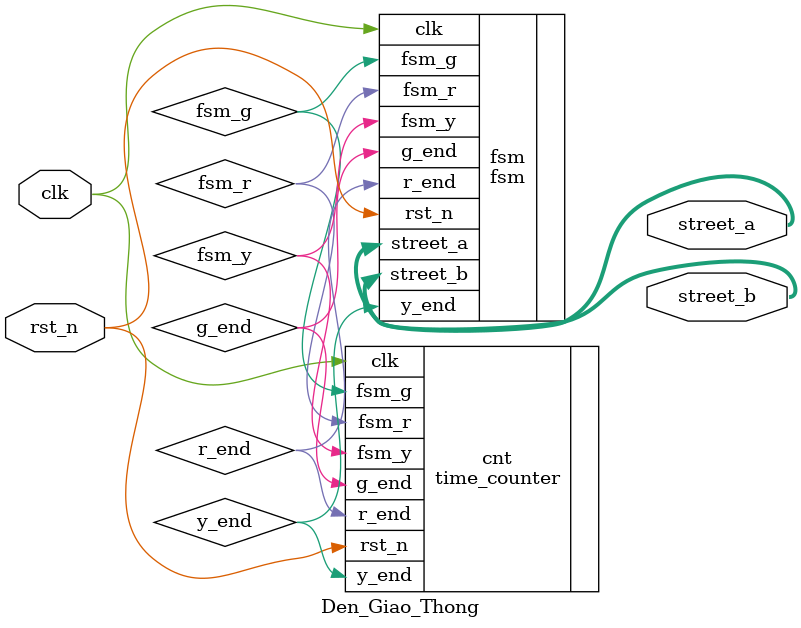
<source format=v>

module Den_Giao_Thong
(
	/*AUTOARG*/
	// Outputs
	street_b, street_a,
	// Inputs
	rst_n, clk
);

// Interface //
/* AUTO INPUT */
// Beginning of automatic inputs (from unused autoinst inputs)
input			clk;			// To cnt of time_counter.v, ...
input			rst_n;			// To cnt of time_counter.v, ...
// End of automatics

/*AUTO OUTPUT*/
// Beginning of automatic outputs (from unused autoinst outputs)
output [2:0]	street_a;		// From fsm of fsm.v
output [2:0]	street_b;		// From fsm of fsm.v
// End of automatics

/*AUTO WIRE*/
// Beginning of automatic wires (for undeclared instantiated-module outputs)
wire			fsm_g;			// From fsm of fsm.v
wire			fsm_r;			// From fsm of fsm.v
wire			fsm_y;			// From fsm of fsm.v
wire			g_end;			// From cnt of time_counter.v
wire			r_end;			// From cnt of time_counter.v
wire			y_end;			// From cnt of time_counter.v
// End of automatics

time_counter cnt
(
	/*AUTO INST*/
	// Outputs
	.g_end		(g_end),
	.y_end		(y_end),
	.r_end		(r_end),
	// Inputs
	.clk		(clk),
	.rst_n		(rst_n),
	.fsm_g		(fsm_g),
	.fsm_r		(fsm_r),
	.fsm_y		(fsm_y)
);

fsm fsm
(
	/*AUTOINST*/
	// Outputs
	.street_a	(street_a[2:0]),
	.street_b	(street_b[2:0]),
	.fsm_g		(fsm_g),
	.fsm_y		(fsm_y),
	.fsm_r		(fsm_r),
	// Inputs
	.clk		(clk),
	.rst_n		(rst_n),
	.g_end		(g_end),
	.y_end		(y_end),
	.r_end		(r_end)
);

endmodule

</source>
